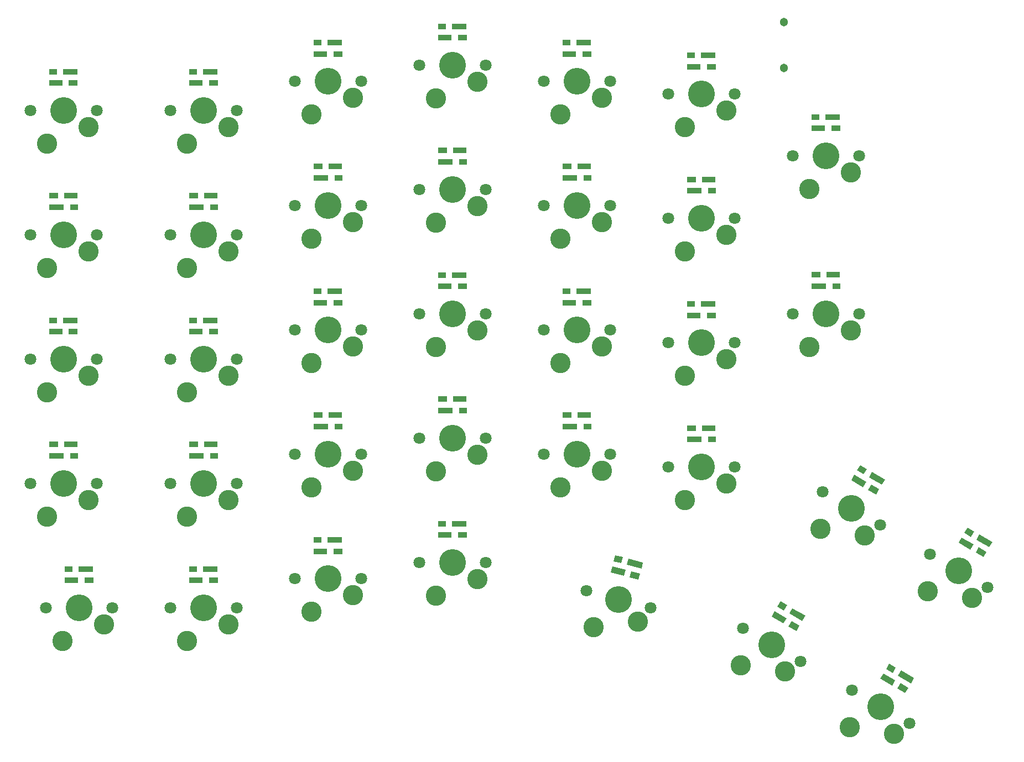
<source format=gbr>
G04 EAGLE Gerber RS-274X export*
G75*
%MOMM*%
%FSLAX34Y34*%
%LPD*%
%AMOC8*
5,1,8,0,0,1.08239X$1,22.5*%
G01*
%ADD10C,4.102000*%
%ADD11C,1.801600*%
%ADD12C,3.101600*%
%ADD13R,2.101600X0.951600*%
%ADD14R,1.401600X0.951600*%
%ADD15R,1.201600X0.951600*%
%ADD16R,2.301600X0.951600*%
%ADD17C,1.301600*%


D10*
X71438Y1016000D03*
D11*
X20638Y1016000D03*
X122238Y1016000D03*
D12*
X109538Y990600D03*
X46038Y965200D03*
D10*
X666750Y1085438D03*
D11*
X615950Y1085438D03*
X717550Y1085438D03*
D12*
X704850Y1060038D03*
X641350Y1034638D03*
D10*
X476250Y1060625D03*
D11*
X425450Y1060625D03*
X527050Y1060625D03*
D12*
X514350Y1035225D03*
X450850Y1009825D03*
D10*
X857250Y1060625D03*
D11*
X806450Y1060625D03*
X908050Y1060625D03*
D12*
X895350Y1035225D03*
X831850Y1009825D03*
D10*
X1047750Y1040813D03*
D11*
X996950Y1040813D03*
X1098550Y1040813D03*
D12*
X1085850Y1015413D03*
X1022350Y990013D03*
D10*
X285750Y1016000D03*
D11*
X234950Y1016000D03*
X336550Y1016000D03*
D12*
X323850Y990600D03*
X260350Y965200D03*
D10*
X1238250Y946563D03*
D11*
X1187450Y946563D03*
X1289050Y946563D03*
D12*
X1276350Y921163D03*
X1212850Y895763D03*
D10*
X71438Y825500D03*
D11*
X20638Y825500D03*
X122238Y825500D03*
D12*
X109538Y800100D03*
X46038Y774700D03*
D10*
X285750Y825500D03*
D11*
X234950Y825500D03*
X336550Y825500D03*
D12*
X323850Y800100D03*
X260350Y774700D03*
D10*
X476250Y870125D03*
D11*
X425450Y870125D03*
X527050Y870125D03*
D12*
X514350Y844725D03*
X450850Y819325D03*
D10*
X666750Y894938D03*
D11*
X615950Y894938D03*
X717550Y894938D03*
D12*
X704850Y869538D03*
X641350Y844138D03*
D10*
X857250Y870125D03*
D11*
X806450Y870125D03*
X908050Y870125D03*
D12*
X895350Y844725D03*
X831850Y819325D03*
D10*
X1047750Y850313D03*
D11*
X996950Y850313D03*
X1098550Y850313D03*
D12*
X1085850Y824913D03*
X1022350Y799513D03*
D10*
X1238250Y704533D03*
D11*
X1187450Y704533D03*
X1289050Y704533D03*
D12*
X1276350Y679133D03*
X1212850Y653733D03*
D10*
X71438Y635000D03*
D11*
X20638Y635000D03*
X122238Y635000D03*
D12*
X109538Y609600D03*
X46038Y584200D03*
D10*
X285750Y635000D03*
D11*
X234950Y635000D03*
X336550Y635000D03*
D12*
X323850Y609600D03*
X260350Y584200D03*
D10*
X476250Y679625D03*
D11*
X425450Y679625D03*
X527050Y679625D03*
D12*
X514350Y654225D03*
X450850Y628825D03*
D10*
X666750Y704438D03*
D11*
X615950Y704438D03*
X717550Y704438D03*
D12*
X704850Y679038D03*
X641350Y653638D03*
D10*
X857250Y679625D03*
D11*
X806450Y679625D03*
X908050Y679625D03*
D12*
X895350Y654225D03*
X831850Y628825D03*
D10*
X1047750Y659813D03*
D11*
X996950Y659813D03*
X1098550Y659813D03*
D12*
X1085850Y634413D03*
X1022350Y609013D03*
D10*
X71438Y444500D03*
D11*
X20638Y444500D03*
X122238Y444500D03*
D12*
X109538Y419100D03*
X46038Y393700D03*
D10*
X285750Y444500D03*
D11*
X234950Y444500D03*
X336550Y444500D03*
D12*
X323850Y419100D03*
X260350Y393700D03*
D10*
X476250Y489125D03*
D11*
X425450Y489125D03*
X527050Y489125D03*
D12*
X514350Y463725D03*
X450850Y438325D03*
D10*
X666750Y513938D03*
D11*
X615950Y513938D03*
X717550Y513938D03*
D12*
X704850Y488538D03*
X641350Y463138D03*
D10*
X857250Y489125D03*
D11*
X806450Y489125D03*
X908050Y489125D03*
D12*
X895350Y463725D03*
X831850Y438325D03*
D10*
X1047750Y469313D03*
D11*
X996950Y469313D03*
X1098550Y469313D03*
D12*
X1085850Y443913D03*
X1022350Y418513D03*
D10*
X1277620Y406083D03*
D11*
X1233626Y431483D03*
X1321614Y380683D03*
D12*
X1297916Y365035D03*
X1230223Y374788D03*
D10*
X1441958Y310325D03*
D11*
X1397964Y335725D03*
X1485952Y284925D03*
D12*
X1462254Y269277D03*
X1394561Y279030D03*
D10*
X95250Y254000D03*
D11*
X44450Y254000D03*
X146050Y254000D03*
D12*
X133350Y228600D03*
X69850Y203200D03*
D10*
X285750Y254000D03*
D11*
X234950Y254000D03*
X336550Y254000D03*
D12*
X323850Y228600D03*
X260350Y203200D03*
D10*
X476250Y298625D03*
D11*
X425450Y298625D03*
X527050Y298625D03*
D12*
X514350Y273225D03*
X450850Y247825D03*
D10*
X666750Y323438D03*
D11*
X615950Y323438D03*
X717550Y323438D03*
D12*
X704850Y298038D03*
X641350Y272638D03*
D10*
X920655Y266859D03*
D11*
X871586Y280007D03*
X969724Y253711D03*
D12*
X950883Y232463D03*
X882972Y224364D03*
D10*
X1155700Y197168D03*
D11*
X1111706Y222568D03*
X1199694Y171767D03*
D12*
X1175996Y156120D03*
X1108303Y165873D03*
D10*
X1322070Y101918D03*
D11*
X1278076Y127318D03*
X1366064Y76517D03*
D12*
X1342366Y60870D03*
X1274673Y70623D03*
D13*
X59934Y1057795D03*
D14*
X86434Y1057795D03*
D15*
X55434Y1075295D03*
D16*
X81934Y1075295D03*
D13*
X274250Y1057800D03*
D14*
X300750Y1057800D03*
D15*
X269750Y1075300D03*
D16*
X296250Y1075300D03*
D13*
X464750Y1102425D03*
D14*
X491250Y1102425D03*
D15*
X460250Y1119925D03*
D16*
X486750Y1119925D03*
D13*
X655250Y1127238D03*
D14*
X681750Y1127238D03*
D15*
X650750Y1144738D03*
D16*
X677250Y1144738D03*
D13*
X845750Y1102425D03*
D14*
X872250Y1102425D03*
D15*
X841250Y1119925D03*
D16*
X867750Y1119925D03*
D13*
X1036250Y1082613D03*
D14*
X1062750Y1082613D03*
D15*
X1031750Y1100113D03*
D16*
X1058250Y1100113D03*
D13*
X1226750Y988363D03*
D14*
X1253250Y988363D03*
D15*
X1222250Y1005863D03*
D16*
X1248750Y1005863D03*
D13*
X1249750Y764333D03*
D14*
X1223250Y764333D03*
D15*
X1254250Y746833D03*
D16*
X1227750Y746833D03*
D13*
X1059250Y910113D03*
D14*
X1032750Y910113D03*
D15*
X1063750Y892613D03*
D16*
X1037250Y892613D03*
D13*
X868750Y929925D03*
D14*
X842250Y929925D03*
D15*
X873250Y912425D03*
D16*
X846750Y912425D03*
D13*
X678250Y954738D03*
D14*
X651750Y954738D03*
D15*
X682750Y937238D03*
D16*
X656250Y937238D03*
D13*
X487750Y929925D03*
D14*
X461250Y929925D03*
D15*
X492250Y912425D03*
D16*
X465750Y912425D03*
D13*
X297250Y885300D03*
D14*
X270750Y885300D03*
D15*
X301750Y867800D03*
D16*
X275250Y867800D03*
D13*
X82938Y885300D03*
D14*
X56438Y885300D03*
D15*
X87438Y867800D03*
D16*
X60938Y867800D03*
D13*
X59938Y676800D03*
D14*
X86438Y676800D03*
D15*
X55438Y694300D03*
D16*
X81938Y694300D03*
D13*
X274250Y676800D03*
D14*
X300750Y676800D03*
D15*
X269750Y694300D03*
D16*
X296250Y694300D03*
D13*
X464750Y721425D03*
D14*
X491250Y721425D03*
D15*
X460250Y738925D03*
D16*
X486750Y738925D03*
D13*
X655250Y746238D03*
D14*
X681750Y746238D03*
D15*
X650750Y763738D03*
D16*
X677250Y763738D03*
D13*
X845750Y721425D03*
D14*
X872250Y721425D03*
D15*
X841250Y738925D03*
D16*
X867750Y738925D03*
D13*
X1036250Y701613D03*
D14*
X1062750Y701613D03*
D15*
X1031750Y719113D03*
D16*
X1058250Y719113D03*
D13*
G36*
X1281840Y457418D02*
X1300040Y446911D01*
X1295282Y438670D01*
X1277082Y449177D01*
X1281840Y457418D01*
G37*
D14*
G36*
X1307820Y442418D02*
X1319958Y435410D01*
X1315200Y427170D01*
X1303062Y434178D01*
X1307820Y442418D01*
G37*
D15*
G36*
X1290590Y472573D02*
X1300996Y466565D01*
X1296238Y458325D01*
X1285832Y464333D01*
X1290590Y472573D01*
G37*
D16*
G36*
X1308776Y462073D02*
X1328708Y450566D01*
X1323950Y442325D01*
X1304018Y453832D01*
X1308776Y462073D01*
G37*
D13*
G36*
X1446178Y361647D02*
X1464378Y351140D01*
X1459620Y342899D01*
X1441420Y353406D01*
X1446178Y361647D01*
G37*
D14*
G36*
X1472158Y346647D02*
X1484296Y339639D01*
X1479538Y331399D01*
X1467400Y338407D01*
X1472158Y346647D01*
G37*
D15*
G36*
X1454928Y376803D02*
X1465334Y370795D01*
X1460576Y362555D01*
X1450170Y368563D01*
X1454928Y376803D01*
G37*
D16*
G36*
X1473114Y366303D02*
X1493046Y354796D01*
X1488288Y346555D01*
X1468356Y358062D01*
X1473114Y366303D01*
G37*
D13*
X1059250Y529113D03*
D14*
X1032750Y529113D03*
D15*
X1063750Y511613D03*
D16*
X1037250Y511613D03*
D13*
X868750Y548925D03*
D14*
X842250Y548925D03*
D15*
X873250Y531425D03*
D16*
X846750Y531425D03*
D13*
X678250Y573738D03*
D14*
X651750Y573738D03*
D15*
X682750Y556238D03*
D16*
X656250Y556238D03*
D13*
X487750Y548925D03*
D14*
X461250Y548925D03*
D15*
X492250Y531425D03*
D16*
X465750Y531425D03*
D13*
X297250Y504300D03*
D14*
X270750Y504300D03*
D15*
X301750Y486800D03*
D16*
X275250Y486800D03*
D13*
X82938Y504300D03*
D14*
X56438Y504300D03*
D15*
X87438Y486800D03*
D16*
X60938Y486800D03*
D13*
X83750Y295800D03*
D14*
X110250Y295800D03*
D15*
X79250Y313300D03*
D16*
X105750Y313300D03*
D13*
X274250Y295800D03*
D14*
X300750Y295800D03*
D15*
X269750Y313300D03*
D16*
X296250Y313300D03*
D13*
X464750Y340425D03*
D14*
X491250Y340425D03*
D15*
X460250Y357925D03*
D16*
X486750Y357925D03*
D13*
X655250Y365238D03*
D14*
X681750Y365238D03*
D15*
X650750Y382738D03*
D16*
X677250Y382738D03*
D13*
G36*
X911450Y317523D02*
X931749Y312084D01*
X929286Y302893D01*
X908987Y308332D01*
X911450Y317523D01*
G37*
D14*
G36*
X940428Y309759D02*
X953965Y306132D01*
X951502Y296941D01*
X937965Y300568D01*
X940428Y309759D01*
G37*
D15*
G36*
X915980Y334427D02*
X927585Y331317D01*
X925122Y322127D01*
X913517Y325237D01*
X915980Y334427D01*
G37*
D16*
G36*
X936264Y328992D02*
X958495Y323035D01*
X956032Y313844D01*
X933801Y319801D01*
X936264Y328992D01*
G37*
D13*
G36*
X1159920Y248490D02*
X1178120Y237983D01*
X1173362Y229742D01*
X1155162Y240249D01*
X1159920Y248490D01*
G37*
D14*
G36*
X1185900Y233490D02*
X1198038Y226482D01*
X1193280Y218242D01*
X1181142Y225250D01*
X1185900Y233490D01*
G37*
D15*
G36*
X1168670Y263645D02*
X1179076Y257637D01*
X1174318Y249397D01*
X1163912Y255405D01*
X1168670Y263645D01*
G37*
D16*
G36*
X1186856Y253145D02*
X1206788Y241638D01*
X1202030Y233397D01*
X1182098Y244904D01*
X1186856Y253145D01*
G37*
D13*
G36*
X1326290Y153240D02*
X1344490Y142733D01*
X1339732Y134492D01*
X1321532Y144999D01*
X1326290Y153240D01*
G37*
D14*
G36*
X1352270Y138240D02*
X1364408Y131232D01*
X1359650Y122992D01*
X1347512Y130000D01*
X1352270Y138240D01*
G37*
D15*
G36*
X1335040Y168396D02*
X1345446Y162388D01*
X1340688Y154148D01*
X1330282Y160156D01*
X1335040Y168396D01*
G37*
D16*
G36*
X1353226Y157896D02*
X1373158Y146389D01*
X1368400Y138148D01*
X1348468Y149655D01*
X1353226Y157896D01*
G37*
D17*
X1174000Y1081000D03*
X1174000Y1151000D03*
M02*

</source>
